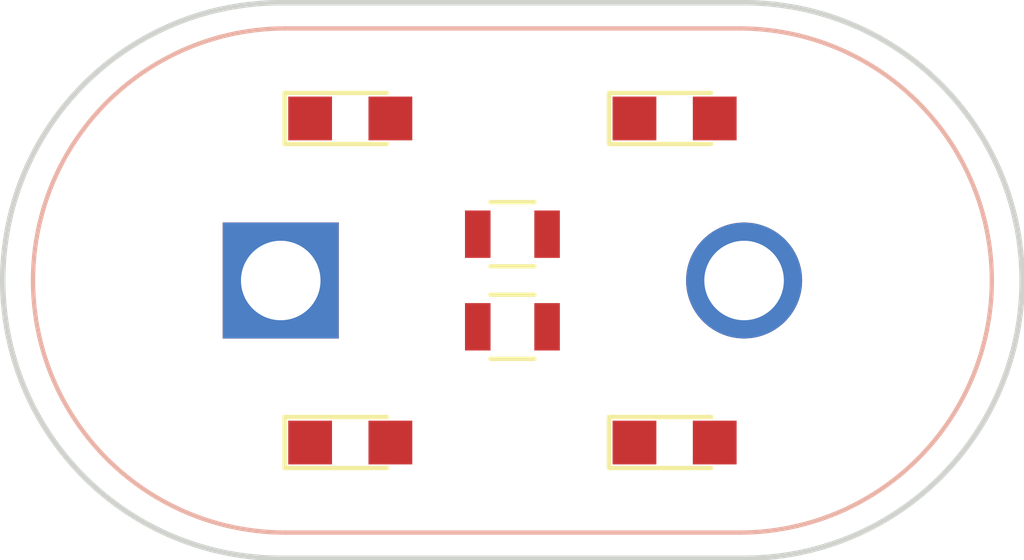
<source format=kicad_pcb>
(kicad_pcb (version 4) (host pcbnew 4.0.7)

  (general
    (links 8)
    (no_connects 8)
    (area 0 0 0 0)
    (thickness 1.6)
    (drawings 6)
    (tracks 0)
    (zones 0)
    (modules 7)
    (nets 7)
  )

  (page USLetter)
  (title_block
    (title Test0805)
    (date 2018-10-16)
    (rev 1.0)
    (company "Patrick Pelletier")
  )

  (layers
    (0 F.Cu signal)
    (31 B.Cu signal)
    (32 B.Adhes user)
    (33 F.Adhes user)
    (34 B.Paste user)
    (35 F.Paste user)
    (36 B.SilkS user)
    (37 F.SilkS user)
    (38 B.Mask user)
    (39 F.Mask user)
    (40 Dwgs.User user)
    (41 Cmts.User user)
    (42 Eco1.User user)
    (43 Eco2.User user)
    (44 Edge.Cuts user)
    (45 Margin user)
    (46 B.CrtYd user)
    (47 F.CrtYd user)
    (48 B.Fab user hide)
    (49 F.Fab user hide)
  )

  (setup
    (last_trace_width 0.25)
    (trace_clearance 0.2)
    (zone_clearance 0.508)
    (zone_45_only no)
    (trace_min 0.2)
    (segment_width 0.2)
    (edge_width 0.15)
    (via_size 0.6)
    (via_drill 0.4)
    (via_min_size 0.4)
    (via_min_drill 0.3)
    (uvia_size 0.3)
    (uvia_drill 0.1)
    (uvias_allowed no)
    (uvia_min_size 0.2)
    (uvia_min_drill 0.1)
    (pcb_text_width 0.3)
    (pcb_text_size 1.5 1.5)
    (mod_edge_width 0.15)
    (mod_text_size 1 1)
    (mod_text_width 0.15)
    (pad_size 1.524 1.524)
    (pad_drill 0.762)
    (pad_to_mask_clearance 0)
    (aux_axis_origin 0 0)
    (visible_elements FFFEF77F)
    (pcbplotparams
      (layerselection 0x00030_80000001)
      (usegerberextensions false)
      (excludeedgelayer true)
      (linewidth 0.100000)
      (plotframeref false)
      (viasonmask false)
      (mode 1)
      (useauxorigin false)
      (hpglpennumber 1)
      (hpglpenspeed 20)
      (hpglpendiameter 15)
      (hpglpenoverlay 2)
      (psnegative false)
      (psa4output false)
      (plotreference true)
      (plotvalue true)
      (plotinvisibletext false)
      (padsonsilk false)
      (subtractmaskfromsilk false)
      (outputformat 1)
      (mirror false)
      (drillshape 1)
      (scaleselection 1)
      (outputdirectory ""))
  )

  (net 0 "")
  (net 1 "Net-(BT1-Pad1)")
  (net 2 GND)
  (net 3 "Net-(D1-Pad2)")
  (net 4 "Net-(D1-Pad1)")
  (net 5 "Net-(D2-Pad2)")
  (net 6 "Net-(D2-Pad1)")

  (net_class Default "This is the default net class."
    (clearance 0.2)
    (trace_width 0.25)
    (via_dia 0.6)
    (via_drill 0.4)
    (uvia_dia 0.3)
    (uvia_drill 0.1)
    (add_net GND)
    (add_net "Net-(BT1-Pad1)")
    (add_net "Net-(D1-Pad1)")
    (add_net "Net-(D1-Pad2)")
    (add_net "Net-(D2-Pad1)")
    (add_net "Net-(D2-Pad2)")
  )

  (module footprints:BatteryHolder_Keystone_968_1x9V (layer B.Cu) (tedit 5BC67311) (tstamp 5BC671A9)
    (at 134.62 109.22)
    (descr "9V battery snap, http://www.keyelco.com/product-pdf.cfm?p=1072")
    (tags "9V battery snap")
    (path /5BC6482F)
    (fp_text reference BT1 (at 6.35 7.795) (layer B.SilkS) hide
      (effects (font (size 1 1) (thickness 0.15)) (justify mirror))
    )
    (fp_text value 9V (at 6.35 -7.795) (layer B.Fab)
      (effects (font (size 1 1) (thickness 0.15)) (justify mirror))
    )
    (fp_arc (start 0.125 0) (end 0.125 -6.795) (angle -180) (layer B.Fab) (width 0.1))
    (fp_arc (start 12.575 0) (end 12.575 6.795) (angle -180) (layer B.Fab) (width 0.1))
    (fp_arc (start 0.125 0) (end 0.125 -6.915) (angle -180) (layer B.SilkS) (width 0.12))
    (fp_arc (start 12.575 0) (end 12.575 6.915) (angle -180) (layer B.SilkS) (width 0.12))
    (fp_line (start 0.125 6.795) (end 12.575 6.795) (layer B.Fab) (width 0.1))
    (fp_line (start 0.125 -6.795) (end 12.575 -6.795) (layer B.Fab) (width 0.1))
    (fp_line (start 0.125 6.915) (end 12.575 6.915) (layer B.SilkS) (width 0.12))
    (fp_line (start 0.125 -6.915) (end 12.575 -6.915) (layer B.SilkS) (width 0.12))
    (fp_line (start -7.17 7.295) (end -7.17 -7.295) (layer B.CrtYd) (width 0.05))
    (fp_line (start -7.17 -7.295) (end 19.87 -7.295) (layer B.CrtYd) (width 0.05))
    (fp_line (start 19.87 -7.295) (end 19.87 7.295) (layer B.CrtYd) (width 0.05))
    (fp_line (start 19.87 7.295) (end -7.17 7.295) (layer B.CrtYd) (width 0.05))
    (fp_text user %R (at 6.35 0) (layer B.Fab)
      (effects (font (size 1 1) (thickness 0.15)) (justify mirror))
    )
    (pad 1 thru_hole rect (at 0 0) (size 3.18 3.18) (drill 2.18) (layers *.Cu *.Mask)
      (net 1 "Net-(BT1-Pad1)"))
    (pad 2 thru_hole circle (at 12.7 0) (size 3.18 3.18) (drill 2.18) (layers *.Cu *.Mask)
      (net 2 GND))
    (model ${KISYS3DMOD}/Battery.3dshapes/BatteryHolder_Keystone_968_1x9V.wrl
      (at (xyz 0 0 0))
      (scale (xyz 1 1 1))
      (rotate (xyz 0 0 0))
    )
  )

  (module LEDs:LED_0805 (layer F.Cu) (tedit 5BC6731A) (tstamp 5BC671AF)
    (at 136.525 104.775)
    (descr "LED 0805 smd package")
    (tags "LED led 0805 SMD smd SMT smt smdled SMDLED smtled SMTLED")
    (path /5BC643FF)
    (attr smd)
    (fp_text reference D1 (at 0 -1.45) (layer F.SilkS) hide
      (effects (font (size 1 1) (thickness 0.15)))
    )
    (fp_text value LED (at 0 1.55) (layer F.Fab)
      (effects (font (size 1 1) (thickness 0.15)))
    )
    (fp_line (start -1.8 -0.7) (end -1.8 0.7) (layer F.SilkS) (width 0.12))
    (fp_line (start -0.4 -0.4) (end -0.4 0.4) (layer F.Fab) (width 0.1))
    (fp_line (start -0.4 0) (end 0.2 -0.4) (layer F.Fab) (width 0.1))
    (fp_line (start 0.2 0.4) (end -0.4 0) (layer F.Fab) (width 0.1))
    (fp_line (start 0.2 -0.4) (end 0.2 0.4) (layer F.Fab) (width 0.1))
    (fp_line (start 1 0.6) (end -1 0.6) (layer F.Fab) (width 0.1))
    (fp_line (start 1 -0.6) (end 1 0.6) (layer F.Fab) (width 0.1))
    (fp_line (start -1 -0.6) (end 1 -0.6) (layer F.Fab) (width 0.1))
    (fp_line (start -1 0.6) (end -1 -0.6) (layer F.Fab) (width 0.1))
    (fp_line (start -1.8 0.7) (end 1 0.7) (layer F.SilkS) (width 0.12))
    (fp_line (start -1.8 -0.7) (end 1 -0.7) (layer F.SilkS) (width 0.12))
    (fp_line (start 1.95 -0.85) (end 1.95 0.85) (layer F.CrtYd) (width 0.05))
    (fp_line (start 1.95 0.85) (end -1.95 0.85) (layer F.CrtYd) (width 0.05))
    (fp_line (start -1.95 0.85) (end -1.95 -0.85) (layer F.CrtYd) (width 0.05))
    (fp_line (start -1.95 -0.85) (end 1.95 -0.85) (layer F.CrtYd) (width 0.05))
    (fp_text user %R (at 0 -1.25) (layer F.Fab)
      (effects (font (size 0.4 0.4) (thickness 0.1)))
    )
    (pad 2 smd rect (at 1.1 0 180) (size 1.2 1.2) (layers F.Cu F.Paste F.Mask)
      (net 3 "Net-(D1-Pad2)"))
    (pad 1 smd rect (at -1.1 0 180) (size 1.2 1.2) (layers F.Cu F.Paste F.Mask)
      (net 4 "Net-(D1-Pad1)"))
    (model ${KISYS3DMOD}/LEDs.3dshapes/LED_0805.wrl
      (at (xyz 0 0 0))
      (scale (xyz 1 1 1))
      (rotate (xyz 0 0 180))
    )
  )

  (module LEDs:LED_0805 (layer F.Cu) (tedit 5BC6733E) (tstamp 5BC671B5)
    (at 136.525 113.665)
    (descr "LED 0805 smd package")
    (tags "LED led 0805 SMD smd SMT smt smdled SMDLED smtled SMTLED")
    (path /5BC6444D)
    (attr smd)
    (fp_text reference D2 (at 0 -1.45) (layer F.SilkS) hide
      (effects (font (size 1 1) (thickness 0.15)))
    )
    (fp_text value LED (at 0 1.55) (layer F.Fab)
      (effects (font (size 1 1) (thickness 0.15)))
    )
    (fp_line (start -1.8 -0.7) (end -1.8 0.7) (layer F.SilkS) (width 0.12))
    (fp_line (start -0.4 -0.4) (end -0.4 0.4) (layer F.Fab) (width 0.1))
    (fp_line (start -0.4 0) (end 0.2 -0.4) (layer F.Fab) (width 0.1))
    (fp_line (start 0.2 0.4) (end -0.4 0) (layer F.Fab) (width 0.1))
    (fp_line (start 0.2 -0.4) (end 0.2 0.4) (layer F.Fab) (width 0.1))
    (fp_line (start 1 0.6) (end -1 0.6) (layer F.Fab) (width 0.1))
    (fp_line (start 1 -0.6) (end 1 0.6) (layer F.Fab) (width 0.1))
    (fp_line (start -1 -0.6) (end 1 -0.6) (layer F.Fab) (width 0.1))
    (fp_line (start -1 0.6) (end -1 -0.6) (layer F.Fab) (width 0.1))
    (fp_line (start -1.8 0.7) (end 1 0.7) (layer F.SilkS) (width 0.12))
    (fp_line (start -1.8 -0.7) (end 1 -0.7) (layer F.SilkS) (width 0.12))
    (fp_line (start 1.95 -0.85) (end 1.95 0.85) (layer F.CrtYd) (width 0.05))
    (fp_line (start 1.95 0.85) (end -1.95 0.85) (layer F.CrtYd) (width 0.05))
    (fp_line (start -1.95 0.85) (end -1.95 -0.85) (layer F.CrtYd) (width 0.05))
    (fp_line (start -1.95 -0.85) (end 1.95 -0.85) (layer F.CrtYd) (width 0.05))
    (fp_text user %R (at 0 -1.25) (layer F.Fab)
      (effects (font (size 0.4 0.4) (thickness 0.1)))
    )
    (pad 2 smd rect (at 1.1 0 180) (size 1.2 1.2) (layers F.Cu F.Paste F.Mask)
      (net 5 "Net-(D2-Pad2)"))
    (pad 1 smd rect (at -1.1 0 180) (size 1.2 1.2) (layers F.Cu F.Paste F.Mask)
      (net 6 "Net-(D2-Pad1)"))
    (model ${KISYS3DMOD}/LEDs.3dshapes/LED_0805.wrl
      (at (xyz 0 0 0))
      (scale (xyz 1 1 1))
      (rotate (xyz 0 0 180))
    )
  )

  (module LEDs:LED_0805 (layer F.Cu) (tedit 5BC67321) (tstamp 5BC671BB)
    (at 145.415 104.775)
    (descr "LED 0805 smd package")
    (tags "LED led 0805 SMD smd SMT smt smdled SMDLED smtled SMTLED")
    (path /5BC6447E)
    (attr smd)
    (fp_text reference D3 (at 0 -1.45) (layer F.SilkS) hide
      (effects (font (size 1 1) (thickness 0.15)))
    )
    (fp_text value LED (at 0 1.55) (layer F.Fab)
      (effects (font (size 1 1) (thickness 0.15)))
    )
    (fp_line (start -1.8 -0.7) (end -1.8 0.7) (layer F.SilkS) (width 0.12))
    (fp_line (start -0.4 -0.4) (end -0.4 0.4) (layer F.Fab) (width 0.1))
    (fp_line (start -0.4 0) (end 0.2 -0.4) (layer F.Fab) (width 0.1))
    (fp_line (start 0.2 0.4) (end -0.4 0) (layer F.Fab) (width 0.1))
    (fp_line (start 0.2 -0.4) (end 0.2 0.4) (layer F.Fab) (width 0.1))
    (fp_line (start 1 0.6) (end -1 0.6) (layer F.Fab) (width 0.1))
    (fp_line (start 1 -0.6) (end 1 0.6) (layer F.Fab) (width 0.1))
    (fp_line (start -1 -0.6) (end 1 -0.6) (layer F.Fab) (width 0.1))
    (fp_line (start -1 0.6) (end -1 -0.6) (layer F.Fab) (width 0.1))
    (fp_line (start -1.8 0.7) (end 1 0.7) (layer F.SilkS) (width 0.12))
    (fp_line (start -1.8 -0.7) (end 1 -0.7) (layer F.SilkS) (width 0.12))
    (fp_line (start 1.95 -0.85) (end 1.95 0.85) (layer F.CrtYd) (width 0.05))
    (fp_line (start 1.95 0.85) (end -1.95 0.85) (layer F.CrtYd) (width 0.05))
    (fp_line (start -1.95 0.85) (end -1.95 -0.85) (layer F.CrtYd) (width 0.05))
    (fp_line (start -1.95 -0.85) (end 1.95 -0.85) (layer F.CrtYd) (width 0.05))
    (fp_text user %R (at 0 -1.25) (layer F.Fab)
      (effects (font (size 0.4 0.4) (thickness 0.1)))
    )
    (pad 2 smd rect (at 1.1 0 180) (size 1.2 1.2) (layers F.Cu F.Paste F.Mask)
      (net 4 "Net-(D1-Pad1)"))
    (pad 1 smd rect (at -1.1 0 180) (size 1.2 1.2) (layers F.Cu F.Paste F.Mask)
      (net 2 GND))
    (model ${KISYS3DMOD}/LEDs.3dshapes/LED_0805.wrl
      (at (xyz 0 0 0))
      (scale (xyz 1 1 1))
      (rotate (xyz 0 0 180))
    )
  )

  (module LEDs:LED_0805 (layer F.Cu) (tedit 5BC67344) (tstamp 5BC671C1)
    (at 145.415 113.665)
    (descr "LED 0805 smd package")
    (tags "LED led 0805 SMD smd SMT smt smdled SMDLED smtled SMTLED")
    (path /5BC644B3)
    (attr smd)
    (fp_text reference D4 (at 0 -1.45) (layer F.SilkS) hide
      (effects (font (size 1 1) (thickness 0.15)))
    )
    (fp_text value LED (at 0 1.55) (layer F.Fab)
      (effects (font (size 1 1) (thickness 0.15)))
    )
    (fp_line (start -1.8 -0.7) (end -1.8 0.7) (layer F.SilkS) (width 0.12))
    (fp_line (start -0.4 -0.4) (end -0.4 0.4) (layer F.Fab) (width 0.1))
    (fp_line (start -0.4 0) (end 0.2 -0.4) (layer F.Fab) (width 0.1))
    (fp_line (start 0.2 0.4) (end -0.4 0) (layer F.Fab) (width 0.1))
    (fp_line (start 0.2 -0.4) (end 0.2 0.4) (layer F.Fab) (width 0.1))
    (fp_line (start 1 0.6) (end -1 0.6) (layer F.Fab) (width 0.1))
    (fp_line (start 1 -0.6) (end 1 0.6) (layer F.Fab) (width 0.1))
    (fp_line (start -1 -0.6) (end 1 -0.6) (layer F.Fab) (width 0.1))
    (fp_line (start -1 0.6) (end -1 -0.6) (layer F.Fab) (width 0.1))
    (fp_line (start -1.8 0.7) (end 1 0.7) (layer F.SilkS) (width 0.12))
    (fp_line (start -1.8 -0.7) (end 1 -0.7) (layer F.SilkS) (width 0.12))
    (fp_line (start 1.95 -0.85) (end 1.95 0.85) (layer F.CrtYd) (width 0.05))
    (fp_line (start 1.95 0.85) (end -1.95 0.85) (layer F.CrtYd) (width 0.05))
    (fp_line (start -1.95 0.85) (end -1.95 -0.85) (layer F.CrtYd) (width 0.05))
    (fp_line (start -1.95 -0.85) (end 1.95 -0.85) (layer F.CrtYd) (width 0.05))
    (fp_text user %R (at 0 -1.25) (layer F.Fab)
      (effects (font (size 0.4 0.4) (thickness 0.1)))
    )
    (pad 2 smd rect (at 1.1 0 180) (size 1.2 1.2) (layers F.Cu F.Paste F.Mask)
      (net 6 "Net-(D2-Pad1)"))
    (pad 1 smd rect (at -1.1 0 180) (size 1.2 1.2) (layers F.Cu F.Paste F.Mask)
      (net 2 GND))
    (model ${KISYS3DMOD}/LEDs.3dshapes/LED_0805.wrl
      (at (xyz 0 0 0))
      (scale (xyz 1 1 1))
      (rotate (xyz 0 0 180))
    )
  )

  (module Resistors_SMD:R_0805 (layer F.Cu) (tedit 5BC67329) (tstamp 5BC671C7)
    (at 140.97 107.95)
    (descr "Resistor SMD 0805, reflow soldering, Vishay (see dcrcw.pdf)")
    (tags "resistor 0805")
    (path /5BC643C0)
    (attr smd)
    (fp_text reference R1 (at 0 -1.65) (layer F.SilkS) hide
      (effects (font (size 1 1) (thickness 0.15)))
    )
    (fp_text value R (at 0 1.75) (layer F.Fab)
      (effects (font (size 1 1) (thickness 0.15)))
    )
    (fp_text user %R (at 0 0) (layer F.Fab)
      (effects (font (size 0.5 0.5) (thickness 0.075)))
    )
    (fp_line (start -1 0.62) (end -1 -0.62) (layer F.Fab) (width 0.1))
    (fp_line (start 1 0.62) (end -1 0.62) (layer F.Fab) (width 0.1))
    (fp_line (start 1 -0.62) (end 1 0.62) (layer F.Fab) (width 0.1))
    (fp_line (start -1 -0.62) (end 1 -0.62) (layer F.Fab) (width 0.1))
    (fp_line (start 0.6 0.88) (end -0.6 0.88) (layer F.SilkS) (width 0.12))
    (fp_line (start -0.6 -0.88) (end 0.6 -0.88) (layer F.SilkS) (width 0.12))
    (fp_line (start -1.55 -0.9) (end 1.55 -0.9) (layer F.CrtYd) (width 0.05))
    (fp_line (start -1.55 -0.9) (end -1.55 0.9) (layer F.CrtYd) (width 0.05))
    (fp_line (start 1.55 0.9) (end 1.55 -0.9) (layer F.CrtYd) (width 0.05))
    (fp_line (start 1.55 0.9) (end -1.55 0.9) (layer F.CrtYd) (width 0.05))
    (pad 1 smd rect (at -0.95 0) (size 0.7 1.3) (layers F.Cu F.Paste F.Mask)
      (net 1 "Net-(BT1-Pad1)"))
    (pad 2 smd rect (at 0.95 0) (size 0.7 1.3) (layers F.Cu F.Paste F.Mask)
      (net 3 "Net-(D1-Pad2)"))
    (model ${KISYS3DMOD}/Resistors_SMD.3dshapes/R_0805.wrl
      (at (xyz 0 0 0))
      (scale (xyz 1 1 1))
      (rotate (xyz 0 0 0))
    )
  )

  (module Resistors_SMD:R_0805 (layer F.Cu) (tedit 5BC6732F) (tstamp 5BC671CD)
    (at 140.97 110.49)
    (descr "Resistor SMD 0805, reflow soldering, Vishay (see dcrcw.pdf)")
    (tags "resistor 0805")
    (path /5BC64447)
    (attr smd)
    (fp_text reference R2 (at 0 -1.65) (layer F.SilkS) hide
      (effects (font (size 1 1) (thickness 0.15)))
    )
    (fp_text value R (at 0 1.75) (layer F.Fab)
      (effects (font (size 1 1) (thickness 0.15)))
    )
    (fp_text user %R (at 0 0) (layer F.Fab)
      (effects (font (size 0.5 0.5) (thickness 0.075)))
    )
    (fp_line (start -1 0.62) (end -1 -0.62) (layer F.Fab) (width 0.1))
    (fp_line (start 1 0.62) (end -1 0.62) (layer F.Fab) (width 0.1))
    (fp_line (start 1 -0.62) (end 1 0.62) (layer F.Fab) (width 0.1))
    (fp_line (start -1 -0.62) (end 1 -0.62) (layer F.Fab) (width 0.1))
    (fp_line (start 0.6 0.88) (end -0.6 0.88) (layer F.SilkS) (width 0.12))
    (fp_line (start -0.6 -0.88) (end 0.6 -0.88) (layer F.SilkS) (width 0.12))
    (fp_line (start -1.55 -0.9) (end 1.55 -0.9) (layer F.CrtYd) (width 0.05))
    (fp_line (start -1.55 -0.9) (end -1.55 0.9) (layer F.CrtYd) (width 0.05))
    (fp_line (start 1.55 0.9) (end 1.55 -0.9) (layer F.CrtYd) (width 0.05))
    (fp_line (start 1.55 0.9) (end -1.55 0.9) (layer F.CrtYd) (width 0.05))
    (pad 1 smd rect (at -0.95 0) (size 0.7 1.3) (layers F.Cu F.Paste F.Mask)
      (net 1 "Net-(BT1-Pad1)"))
    (pad 2 smd rect (at 0.95 0) (size 0.7 1.3) (layers F.Cu F.Paste F.Mask)
      (net 5 "Net-(D2-Pad2)"))
    (model ${KISYS3DMOD}/Resistors_SMD.3dshapes/R_0805.wrl
      (at (xyz 0 0 0))
      (scale (xyz 1 1 1))
      (rotate (xyz 0 0 0))
    )
  )

  (gr_arc (start 147.32 109.22) (end 147.32 101.6) (angle 90) (layer Edge.Cuts) (width 0.15))
  (gr_arc (start 147.32 109.22) (end 154.94 109.22) (angle 90) (layer Edge.Cuts) (width 0.15))
  (gr_arc (start 134.62 109.22) (end 134.62 116.84) (angle 90) (layer Edge.Cuts) (width 0.15))
  (gr_arc (start 134.62 109.22) (end 127 109.22) (angle 90) (layer Edge.Cuts) (width 0.15))
  (gr_line (start 134.62 116.84) (end 147.32 116.84) (angle 90) (layer Edge.Cuts) (width 0.15))
  (gr_line (start 134.62 101.6) (end 147.32 101.6) (angle 90) (layer Edge.Cuts) (width 0.15))

)

</source>
